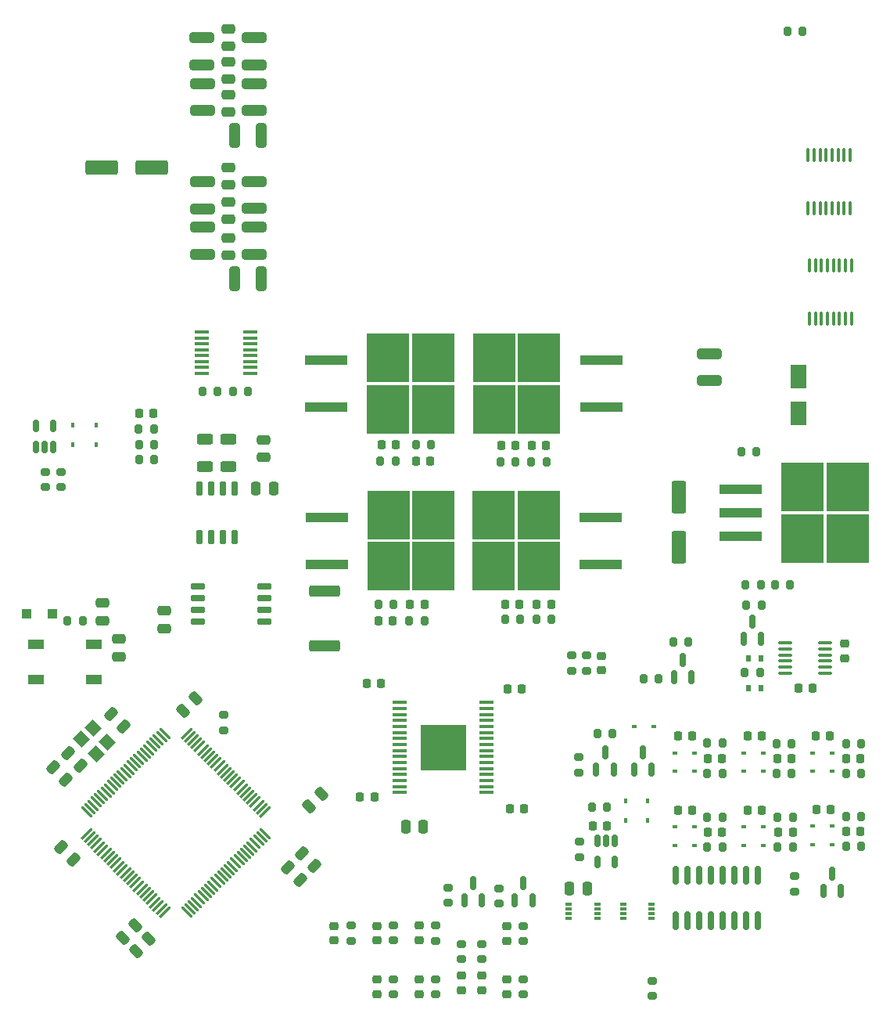
<source format=gtp>
%TF.GenerationSoftware,KiCad,Pcbnew,(6.0.7)*%
%TF.CreationDate,2022-10-12T02:09:25-03:00*%
%TF.ProjectId,uEFI_rev3,75454649-5f72-4657-9633-2e6b69636164,v3.0*%
%TF.SameCoordinates,Original*%
%TF.FileFunction,Paste,Top*%
%TF.FilePolarity,Positive*%
%FSLAX46Y46*%
G04 Gerber Fmt 4.6, Leading zero omitted, Abs format (unit mm)*
G04 Created by KiCad (PCBNEW (6.0.7)) date 2022-10-12 02:09:25*
%MOMM*%
%LPD*%
G01*
G04 APERTURE LIST*
G04 Aperture macros list*
%AMRoundRect*
0 Rectangle with rounded corners*
0 $1 Rounding radius*
0 $2 $3 $4 $5 $6 $7 $8 $9 X,Y pos of 4 corners*
0 Add a 4 corners polygon primitive as box body*
4,1,4,$2,$3,$4,$5,$6,$7,$8,$9,$2,$3,0*
0 Add four circle primitives for the rounded corners*
1,1,$1+$1,$2,$3*
1,1,$1+$1,$4,$5*
1,1,$1+$1,$6,$7*
1,1,$1+$1,$8,$9*
0 Add four rect primitives between the rounded corners*
20,1,$1+$1,$2,$3,$4,$5,0*
20,1,$1+$1,$4,$5,$6,$7,0*
20,1,$1+$1,$6,$7,$8,$9,0*
20,1,$1+$1,$8,$9,$2,$3,0*%
%AMRotRect*
0 Rectangle, with rotation*
0 The origin of the aperture is its center*
0 $1 length*
0 $2 width*
0 $3 Rotation angle, in degrees counterclockwise*
0 Add horizontal line*
21,1,$1,$2,0,0,$3*%
G04 Aperture macros list end*
%ADD10RoundRect,0.225000X0.225000X0.250000X-0.225000X0.250000X-0.225000X-0.250000X0.225000X-0.250000X0*%
%ADD11RoundRect,0.200000X0.200000X0.275000X-0.200000X0.275000X-0.200000X-0.275000X0.200000X-0.275000X0*%
%ADD12RoundRect,0.200000X-0.200000X-0.275000X0.200000X-0.275000X0.200000X0.275000X-0.200000X0.275000X0*%
%ADD13RoundRect,0.150000X0.150000X-0.512500X0.150000X0.512500X-0.150000X0.512500X-0.150000X-0.512500X0*%
%ADD14RoundRect,0.200000X-0.275000X0.200000X-0.275000X-0.200000X0.275000X-0.200000X0.275000X0.200000X0*%
%ADD15RoundRect,0.200000X0.275000X-0.200000X0.275000X0.200000X-0.275000X0.200000X-0.275000X-0.200000X0*%
%ADD16R,0.600000X0.450000*%
%ADD17R,0.600000X0.700000*%
%ADD18RoundRect,0.225000X-0.225000X-0.250000X0.225000X-0.250000X0.225000X0.250000X-0.225000X0.250000X0*%
%ADD19RoundRect,0.250000X0.250000X0.475000X-0.250000X0.475000X-0.250000X-0.475000X0.250000X-0.475000X0*%
%ADD20RoundRect,0.250000X0.512652X0.159099X0.159099X0.512652X-0.512652X-0.159099X-0.159099X-0.512652X0*%
%ADD21RoundRect,0.250000X0.475000X-0.250000X0.475000X0.250000X-0.475000X0.250000X-0.475000X-0.250000X0*%
%ADD22RoundRect,0.150000X0.150000X-0.587500X0.150000X0.587500X-0.150000X0.587500X-0.150000X-0.587500X0*%
%ADD23RoundRect,0.218750X-0.256250X0.218750X-0.256250X-0.218750X0.256250X-0.218750X0.256250X0.218750X0*%
%ADD24RoundRect,0.250000X0.550000X-1.500000X0.550000X1.500000X-0.550000X1.500000X-0.550000X-1.500000X0*%
%ADD25RoundRect,0.150000X-0.150000X0.825000X-0.150000X-0.825000X0.150000X-0.825000X0.150000X0.825000X0*%
%ADD26RoundRect,0.250000X-0.512652X-0.159099X-0.159099X-0.512652X0.512652X0.159099X0.159099X0.512652X0*%
%ADD27R,0.450000X0.600000*%
%ADD28RoundRect,0.100000X0.100000X-0.637500X0.100000X0.637500X-0.100000X0.637500X-0.100000X-0.637500X0*%
%ADD29R,1.100000X1.100000*%
%ADD30R,0.800000X0.300000*%
%ADD31RoundRect,0.100000X-0.625000X-0.100000X0.625000X-0.100000X0.625000X0.100000X-0.625000X0.100000X0*%
%ADD32RoundRect,0.250000X-1.075000X0.312500X-1.075000X-0.312500X1.075000X-0.312500X1.075000X0.312500X0*%
%ADD33RoundRect,0.075000X-0.565685X0.459619X0.459619X-0.565685X0.565685X-0.459619X-0.459619X0.565685X0*%
%ADD34RoundRect,0.075000X-0.565685X-0.459619X-0.459619X-0.565685X0.565685X0.459619X0.459619X0.565685X0*%
%ADD35R,1.800000X2.500000*%
%ADD36RoundRect,0.250000X0.159099X-0.512652X0.512652X-0.159099X-0.159099X0.512652X-0.512652X0.159099X0*%
%ADD37RoundRect,0.250000X-0.625000X0.312500X-0.625000X-0.312500X0.625000X-0.312500X0.625000X0.312500X0*%
%ADD38R,4.550000X5.250000*%
%ADD39R,4.600000X1.100000*%
%ADD40RoundRect,0.250000X-0.159099X0.512652X-0.512652X0.159099X0.159099X-0.512652X0.512652X-0.159099X0*%
%ADD41RoundRect,0.250000X-1.500000X-0.550000X1.500000X-0.550000X1.500000X0.550000X-1.500000X0.550000X0*%
%ADD42RoundRect,0.150000X-0.650000X-0.150000X0.650000X-0.150000X0.650000X0.150000X-0.650000X0.150000X0*%
%ADD43RoundRect,0.250000X-0.250000X-0.475000X0.250000X-0.475000X0.250000X0.475000X-0.250000X0.475000X0*%
%ADD44RoundRect,0.250000X-1.425000X0.362500X-1.425000X-0.362500X1.425000X-0.362500X1.425000X0.362500X0*%
%ADD45R,1.600200X0.431800*%
%ADD46R,4.953000X4.953000*%
%ADD47RoundRect,0.250000X0.312500X1.075000X-0.312500X1.075000X-0.312500X-1.075000X0.312500X-1.075000X0*%
%ADD48RoundRect,0.150000X-0.150000X0.512500X-0.150000X-0.512500X0.150000X-0.512500X0.150000X0.512500X0*%
%ADD49RoundRect,0.225000X-0.250000X0.225000X-0.250000X-0.225000X0.250000X-0.225000X0.250000X0.225000X0*%
%ADD50RoundRect,0.250000X-0.475000X0.250000X-0.475000X-0.250000X0.475000X-0.250000X0.475000X0.250000X0*%
%ADD51RoundRect,0.225000X0.250000X-0.225000X0.250000X0.225000X-0.250000X0.225000X-0.250000X-0.225000X0*%
%ADD52R,1.640000X0.410000*%
%ADD53R,1.700000X1.000000*%
%ADD54RoundRect,0.250000X1.075000X-0.312500X1.075000X0.312500X-1.075000X0.312500X-1.075000X-0.312500X0*%
%ADD55RoundRect,0.150000X0.150000X-0.650000X0.150000X0.650000X-0.150000X0.650000X-0.150000X-0.650000X0*%
%ADD56RotRect,1.400000X1.200000X135.000000*%
G04 APERTURE END LIST*
D10*
%TO.C,C49*%
X74409500Y-86804500D03*
X72859500Y-86804500D03*
%TD*%
D11*
%TO.C,R87*%
X74459500Y-88455500D03*
X72809500Y-88455500D03*
%TD*%
%TO.C,R92*%
X74485000Y-90170000D03*
X72835000Y-90170000D03*
%TD*%
D12*
%TO.C,R97*%
X72835000Y-91821000D03*
X74485000Y-91821000D03*
%TD*%
D13*
%TO.C,U31*%
X61661000Y-90418500D03*
X62611000Y-90418500D03*
X63561000Y-90418500D03*
X63561000Y-88143500D03*
X61661000Y-88143500D03*
%TD*%
D14*
%TO.C,R108*%
X64389000Y-93125300D03*
X64389000Y-94775300D03*
%TD*%
D15*
%TO.C,R109*%
X62746800Y-94767100D03*
X62746800Y-93117100D03*
%TD*%
D12*
%TO.C,R122*%
X82995000Y-84455000D03*
X84645000Y-84455000D03*
%TD*%
D16*
%TO.C,D29*%
X138350000Y-133500000D03*
X140450000Y-133500000D03*
%TD*%
D17*
%TO.C,D2*%
X138800000Y-113298000D03*
X140200000Y-113298000D03*
%TD*%
D18*
%TO.C,C21*%
X115909000Y-107442000D03*
X117459000Y-107442000D03*
%TD*%
D14*
%TO.C,R34*%
X120500000Y-123975000D03*
X120500000Y-125625000D03*
%TD*%
D15*
%TO.C,R4*%
X100400000Y-149625000D03*
X100400000Y-147975000D03*
%TD*%
D19*
%TO.C,C14*%
X121350000Y-138150000D03*
X119450000Y-138150000D03*
%TD*%
D20*
%TO.C,C11*%
X64921751Y-126421751D03*
X63578249Y-125078249D03*
%TD*%
D21*
%TO.C,C9*%
X70699000Y-113101600D03*
X70699000Y-111201600D03*
%TD*%
D12*
%TO.C,R40*%
X149375000Y-125700000D03*
X151025000Y-125700000D03*
%TD*%
D22*
%TO.C,U8*%
X146950000Y-138437500D03*
X148850000Y-138437500D03*
X147900000Y-136562500D03*
%TD*%
D12*
%TO.C,R45*%
X149375000Y-133600000D03*
X151025000Y-133600000D03*
%TD*%
D15*
%TO.C,R27*%
X105000000Y-143850000D03*
X105000000Y-142200000D03*
%TD*%
D22*
%TO.C,Q5*%
X138300000Y-111187500D03*
X140200000Y-111187500D03*
X139250000Y-109312500D03*
%TD*%
D12*
%TO.C,R11*%
X111982000Y-92070000D03*
X113632000Y-92070000D03*
%TD*%
D15*
%TO.C,R24*%
X107800000Y-145825000D03*
X107800000Y-144175000D03*
%TD*%
D12*
%TO.C,R12*%
X112459000Y-109042000D03*
X114109000Y-109042000D03*
%TD*%
D16*
%TO.C,D22*%
X130850000Y-131500000D03*
X132950000Y-131500000D03*
%TD*%
D10*
%TO.C,C27*%
X114567000Y-129590800D03*
X113017000Y-129590800D03*
%TD*%
%TO.C,C23*%
X113607000Y-90270000D03*
X112057000Y-90270000D03*
%TD*%
D18*
%TO.C,C33*%
X144225000Y-116500000D03*
X145775000Y-116500000D03*
%TD*%
D23*
%TO.C,D7*%
X107800000Y-147612500D03*
X107800000Y-149187500D03*
%TD*%
D24*
%TO.C,C31*%
X131318000Y-101252000D03*
X131318000Y-95852000D03*
%TD*%
D23*
%TO.C,D1*%
X103200000Y-148012500D03*
X103200000Y-149587500D03*
%TD*%
D20*
%TO.C,C13*%
X65771751Y-135071751D03*
X64428249Y-133728249D03*
%TD*%
D10*
%TO.C,C25*%
X100632000Y-90170000D03*
X99082000Y-90170000D03*
%TD*%
D18*
%TO.C,C37*%
X149425000Y-124100000D03*
X150975000Y-124100000D03*
%TD*%
D16*
%TO.C,D27*%
X145750000Y-131450000D03*
X147850000Y-131450000D03*
%TD*%
D15*
%TO.C,R25*%
X95800000Y-143825000D03*
X95800000Y-142175000D03*
%TD*%
D12*
%TO.C,R44*%
X142000000Y-133700000D03*
X143650000Y-133700000D03*
%TD*%
D25*
%TO.C,U2*%
X139845000Y-136725000D03*
X138575000Y-136725000D03*
X137305000Y-136725000D03*
X136035000Y-136725000D03*
X134765000Y-136725000D03*
X133495000Y-136725000D03*
X132225000Y-136725000D03*
X130955000Y-136725000D03*
X130955000Y-141675000D03*
X132225000Y-141675000D03*
X133495000Y-141675000D03*
X134765000Y-141675000D03*
X136035000Y-141675000D03*
X137305000Y-141675000D03*
X138575000Y-141675000D03*
X139845000Y-141675000D03*
%TD*%
D26*
%TO.C,C3*%
X65151000Y-123571000D03*
X66494502Y-124914502D03*
%TD*%
D12*
%TO.C,R14*%
X102118000Y-109220000D03*
X103768000Y-109220000D03*
%TD*%
D16*
%TO.C,D26*%
X138350000Y-131500000D03*
X140450000Y-131500000D03*
%TD*%
D21*
%TO.C,C54*%
X82542400Y-69704000D03*
X82542400Y-67804000D03*
%TD*%
D27*
%TO.C,D17*%
X65659000Y-88104000D03*
X65659000Y-90204000D03*
%TD*%
D11*
%TO.C,R15*%
X116982000Y-92070000D03*
X115332000Y-92070000D03*
%TD*%
D28*
%TO.C,U20*%
X145426000Y-76522500D03*
X146076000Y-76522500D03*
X146726000Y-76522500D03*
X147376000Y-76522500D03*
X148026000Y-76522500D03*
X148676000Y-76522500D03*
X149326000Y-76522500D03*
X149976000Y-76522500D03*
X149976000Y-70797500D03*
X149326000Y-70797500D03*
X148676000Y-70797500D03*
X148026000Y-70797500D03*
X147376000Y-70797500D03*
X146726000Y-70797500D03*
X146076000Y-70797500D03*
X145426000Y-70797500D03*
%TD*%
D23*
%TO.C,D6*%
X110000000Y-147612500D03*
X110000000Y-149187500D03*
%TD*%
D29*
%TO.C,D14*%
X60650000Y-108500000D03*
X63450000Y-108500000D03*
%TD*%
D28*
%TO.C,U22*%
X145299000Y-64584500D03*
X145949000Y-64584500D03*
X146599000Y-64584500D03*
X147249000Y-64584500D03*
X147899000Y-64584500D03*
X148549000Y-64584500D03*
X149199000Y-64584500D03*
X149849000Y-64584500D03*
X149849000Y-58859500D03*
X149199000Y-58859500D03*
X148549000Y-58859500D03*
X147899000Y-58859500D03*
X147249000Y-58859500D03*
X146599000Y-58859500D03*
X145949000Y-58859500D03*
X145299000Y-58859500D03*
%TD*%
D16*
%TO.C,D18*%
X138350000Y-125500000D03*
X140450000Y-125500000D03*
%TD*%
D23*
%TO.C,D10*%
X103200000Y-142200000D03*
X103200000Y-143775000D03*
%TD*%
D30*
%TO.C,U11*%
X119350000Y-139900000D03*
X119350000Y-140400000D03*
X119350000Y-140900000D03*
X119350000Y-141400000D03*
X122450000Y-141400000D03*
X122450000Y-140900000D03*
X122450000Y-140400000D03*
X122450000Y-139900000D03*
%TD*%
D27*
%TO.C,D20*%
X68199000Y-90204000D03*
X68199000Y-88104000D03*
%TD*%
D18*
%TO.C,C47*%
X149425000Y-132000000D03*
X150975000Y-132000000D03*
%TD*%
D14*
%TO.C,R7*%
X121285000Y-112967000D03*
X121285000Y-114617000D03*
%TD*%
D31*
%TO.C,U6*%
X142850000Y-111625000D03*
X142850000Y-112275000D03*
X142850000Y-112925000D03*
X142850000Y-113575000D03*
X142850000Y-114225000D03*
X142850000Y-114875000D03*
X147150000Y-114875000D03*
X147150000Y-114225000D03*
X147150000Y-113575000D03*
X147150000Y-112925000D03*
X147150000Y-112275000D03*
X147150000Y-111625000D03*
%TD*%
D32*
%TO.C,R116*%
X85328000Y-46172700D03*
X85328000Y-49097700D03*
%TD*%
D22*
%TO.C,Q8*%
X113529334Y-139467763D03*
X115429334Y-139467763D03*
X114479334Y-137592763D03*
%TD*%
D12*
%TO.C,R58*%
X127475000Y-115500000D03*
X129125000Y-115500000D03*
%TD*%
D14*
%TO.C,R31*%
X111812334Y-138164763D03*
X111812334Y-139814763D03*
%TD*%
D33*
%TO.C,U3*%
X75650596Y-121394315D03*
X75297043Y-121747868D03*
X74943489Y-122101422D03*
X74589936Y-122454975D03*
X74236383Y-122808528D03*
X73882829Y-123162082D03*
X73529276Y-123515635D03*
X73175722Y-123869189D03*
X72822169Y-124222742D03*
X72468616Y-124576295D03*
X72115062Y-124929849D03*
X71761509Y-125283402D03*
X71407955Y-125636955D03*
X71054402Y-125990509D03*
X70700849Y-126344062D03*
X70347295Y-126697616D03*
X69993742Y-127051169D03*
X69640189Y-127404722D03*
X69286635Y-127758276D03*
X68933082Y-128111829D03*
X68579528Y-128465383D03*
X68225975Y-128818936D03*
X67872422Y-129172489D03*
X67518868Y-129526043D03*
X67165315Y-129879596D03*
D34*
X67165315Y-132248404D03*
X67518868Y-132601957D03*
X67872422Y-132955511D03*
X68225975Y-133309064D03*
X68579528Y-133662617D03*
X68933082Y-134016171D03*
X69286635Y-134369724D03*
X69640189Y-134723278D03*
X69993742Y-135076831D03*
X70347295Y-135430384D03*
X70700849Y-135783938D03*
X71054402Y-136137491D03*
X71407955Y-136491045D03*
X71761509Y-136844598D03*
X72115062Y-137198151D03*
X72468616Y-137551705D03*
X72822169Y-137905258D03*
X73175722Y-138258811D03*
X73529276Y-138612365D03*
X73882829Y-138965918D03*
X74236383Y-139319472D03*
X74589936Y-139673025D03*
X74943489Y-140026578D03*
X75297043Y-140380132D03*
X75650596Y-140733685D03*
D33*
X78019404Y-140733685D03*
X78372957Y-140380132D03*
X78726511Y-140026578D03*
X79080064Y-139673025D03*
X79433617Y-139319472D03*
X79787171Y-138965918D03*
X80140724Y-138612365D03*
X80494278Y-138258811D03*
X80847831Y-137905258D03*
X81201384Y-137551705D03*
X81554938Y-137198151D03*
X81908491Y-136844598D03*
X82262045Y-136491045D03*
X82615598Y-136137491D03*
X82969151Y-135783938D03*
X83322705Y-135430384D03*
X83676258Y-135076831D03*
X84029811Y-134723278D03*
X84383365Y-134369724D03*
X84736918Y-134016171D03*
X85090472Y-133662617D03*
X85444025Y-133309064D03*
X85797578Y-132955511D03*
X86151132Y-132601957D03*
X86504685Y-132248404D03*
D34*
X86504685Y-129879596D03*
X86151132Y-129526043D03*
X85797578Y-129172489D03*
X85444025Y-128818936D03*
X85090472Y-128465383D03*
X84736918Y-128111829D03*
X84383365Y-127758276D03*
X84029811Y-127404722D03*
X83676258Y-127051169D03*
X83322705Y-126697616D03*
X82969151Y-126344062D03*
X82615598Y-125990509D03*
X82262045Y-125636955D03*
X81908491Y-125283402D03*
X81554938Y-124929849D03*
X81201384Y-124576295D03*
X80847831Y-124222742D03*
X80494278Y-123869189D03*
X80140724Y-123515635D03*
X79787171Y-123162082D03*
X79433617Y-122808528D03*
X79080064Y-122454975D03*
X78726511Y-122101422D03*
X78372957Y-121747868D03*
X78019404Y-121394315D03*
%TD*%
D27*
%TO.C,D28*%
X127925000Y-128697000D03*
X127925000Y-130797000D03*
%TD*%
D15*
%TO.C,R26*%
X100400000Y-143800000D03*
X100400000Y-142150000D03*
%TD*%
D10*
%TO.C,C46*%
X140275000Y-129700000D03*
X138725000Y-129700000D03*
%TD*%
D23*
%TO.C,D12*%
X112700000Y-142262500D03*
X112700000Y-143837500D03*
%TD*%
D35*
%TO.C,D4*%
X144272000Y-82836000D03*
X144272000Y-86836000D03*
%TD*%
D26*
%TO.C,C16*%
X90506498Y-134406498D03*
X91850000Y-135750000D03*
%TD*%
D10*
%TO.C,C26*%
X100343000Y-109220000D03*
X98793000Y-109220000D03*
%TD*%
D12*
%TO.C,R47*%
X142000000Y-130450000D03*
X143650000Y-130450000D03*
%TD*%
D18*
%TO.C,C32*%
X141925000Y-124100000D03*
X143475000Y-124100000D03*
%TD*%
D16*
%TO.C,D16*%
X130880000Y-123530000D03*
X132980000Y-123530000D03*
%TD*%
D23*
%TO.C,D8*%
X94000000Y-142212500D03*
X94000000Y-143787500D03*
%TD*%
D36*
%TO.C,C15*%
X77650000Y-118950000D03*
X78993502Y-117606498D03*
%TD*%
D12*
%TO.C,R39*%
X141875000Y-122500000D03*
X143525000Y-122500000D03*
%TD*%
D37*
%TO.C,R1*%
X80012000Y-89603900D03*
X80012000Y-92528900D03*
%TD*%
D16*
%TO.C,D11*%
X126458000Y-120650000D03*
X128558000Y-120650000D03*
%TD*%
D10*
%TO.C,C38*%
X147675000Y-121700000D03*
X146125000Y-121700000D03*
%TD*%
D32*
%TO.C,R112*%
X79692400Y-61733200D03*
X79692400Y-64658200D03*
%TD*%
D21*
%TO.C,C57*%
X82513000Y-54210000D03*
X82513000Y-52310000D03*
%TD*%
D22*
%TO.C,Q11*%
X122350000Y-125337500D03*
X124250000Y-125337500D03*
X123300000Y-123462500D03*
%TD*%
D38*
%TO.C,Q1*%
X104736000Y-97778000D03*
X99886000Y-97778000D03*
X104736000Y-103328000D03*
X99886000Y-103328000D03*
D39*
X93161000Y-98013000D03*
X93161000Y-103093000D03*
%TD*%
D14*
%TO.C,R46*%
X128397000Y-148146000D03*
X128397000Y-149796000D03*
%TD*%
D40*
%TO.C,C7*%
X72426751Y-142203249D03*
X71083249Y-143546751D03*
%TD*%
D14*
%TO.C,R6*%
X119685000Y-112967000D03*
X119685000Y-114617000D03*
%TD*%
D32*
%TO.C,R119*%
X79713000Y-51143000D03*
X79713000Y-54068000D03*
%TD*%
D16*
%TO.C,D30*%
X145750000Y-133450000D03*
X147850000Y-133450000D03*
%TD*%
%TO.C,D19*%
X130850000Y-125500000D03*
X132950000Y-125500000D03*
%TD*%
D26*
%TO.C,C8*%
X88978249Y-135878249D03*
X90321751Y-137221751D03*
%TD*%
D10*
%TO.C,C48*%
X147725000Y-129650000D03*
X146175000Y-129650000D03*
%TD*%
D41*
%TO.C,C42*%
X68800000Y-60200000D03*
X74200000Y-60200000D03*
%TD*%
D18*
%TO.C,C18*%
X102832000Y-91970000D03*
X104382000Y-91970000D03*
%TD*%
D10*
%TO.C,C35*%
X140275000Y-121700000D03*
X138725000Y-121700000D03*
%TD*%
D42*
%TO.C,U7*%
X79204000Y-105537000D03*
X79204000Y-106807000D03*
X79204000Y-108077000D03*
X79204000Y-109347000D03*
X86404000Y-109347000D03*
X86404000Y-108077000D03*
X86404000Y-106807000D03*
X86404000Y-105537000D03*
%TD*%
D12*
%TO.C,R22*%
X138511000Y-105360000D03*
X140161000Y-105360000D03*
%TD*%
D43*
%TO.C,C5*%
X85500000Y-94950000D03*
X87400000Y-94950000D03*
%TD*%
D44*
%TO.C,R8*%
X92964000Y-106003500D03*
X92964000Y-111928500D03*
%TD*%
D12*
%TO.C,R33*%
X143066000Y-45466000D03*
X144716000Y-45466000D03*
%TD*%
%TO.C,R10*%
X98743000Y-107420000D03*
X100393000Y-107420000D03*
%TD*%
%TO.C,R59*%
X130675000Y-111500000D03*
X132325000Y-111500000D03*
%TD*%
D45*
%TO.C,U1*%
X101092000Y-118059200D03*
X101092000Y-118719600D03*
X101092000Y-119354600D03*
X101092000Y-120015000D03*
X101092000Y-120650000D03*
X101092000Y-121310400D03*
X101092000Y-121970800D03*
X101092000Y-122605800D03*
X101092000Y-123266200D03*
X101092000Y-123901200D03*
X101092000Y-124561600D03*
X101092000Y-125222000D03*
X101092000Y-125857000D03*
X101092000Y-126517400D03*
X101092000Y-127152400D03*
X101092000Y-127812800D03*
X110490000Y-127812800D03*
X110490000Y-127152400D03*
X110490000Y-126517400D03*
X110490000Y-125857000D03*
X110490000Y-125222000D03*
X110490000Y-124561600D03*
X110490000Y-123901200D03*
X110490000Y-123266200D03*
X110490000Y-122605800D03*
X110490000Y-121970800D03*
X110490000Y-121310400D03*
X110490000Y-120650000D03*
X110490000Y-120015000D03*
X110490000Y-119354600D03*
X110490000Y-118719600D03*
X110490000Y-118059200D03*
D46*
X105791000Y-122936000D03*
%TD*%
D10*
%TO.C,C4*%
X132775000Y-121700000D03*
X131225000Y-121700000D03*
%TD*%
D12*
%TO.C,R43*%
X136025000Y-130450000D03*
X134375000Y-130450000D03*
%TD*%
D23*
%TO.C,D5*%
X98600000Y-148012500D03*
X98600000Y-149587500D03*
%TD*%
D32*
%TO.C,R117*%
X79663000Y-46193000D03*
X79663000Y-49118000D03*
%TD*%
%TO.C,R118*%
X85328000Y-51111000D03*
X85328000Y-54036000D03*
%TD*%
D38*
%TO.C,Q4*%
X111252000Y-103340000D03*
X111252000Y-97790000D03*
X116102000Y-103340000D03*
X116102000Y-97790000D03*
D39*
X122827000Y-103105000D03*
X122827000Y-98025000D03*
%TD*%
D47*
%TO.C,R120*%
X86090000Y-56728400D03*
X83165000Y-56728400D03*
%TD*%
D22*
%TO.C,Q13*%
X130750000Y-115337500D03*
X132650000Y-115337500D03*
X131700000Y-113462500D03*
%TD*%
D16*
%TO.C,D24*%
X130850000Y-133500000D03*
X132950000Y-133500000D03*
%TD*%
D11*
%TO.C,R41*%
X136025000Y-133700000D03*
X134375000Y-133700000D03*
%TD*%
D12*
%TO.C,R36*%
X134375000Y-125700000D03*
X136025000Y-125700000D03*
%TD*%
D16*
%TO.C,D21*%
X145750000Y-123500000D03*
X147850000Y-123500000D03*
%TD*%
D47*
%TO.C,R115*%
X86119400Y-72268600D03*
X83194400Y-72268600D03*
%TD*%
D12*
%TO.C,R48*%
X149375000Y-130400000D03*
X151025000Y-130400000D03*
%TD*%
D22*
%TO.C,Q12*%
X126450000Y-125337500D03*
X128350000Y-125337500D03*
X127400000Y-123462500D03*
%TD*%
D12*
%TO.C,R60*%
X65125000Y-109250000D03*
X66775000Y-109250000D03*
%TD*%
D30*
%TO.C,U10*%
X125250000Y-139900000D03*
X125250000Y-140400000D03*
X125250000Y-140900000D03*
X125250000Y-141400000D03*
X128350000Y-141400000D03*
X128350000Y-140900000D03*
X128350000Y-140400000D03*
X128350000Y-139900000D03*
%TD*%
D12*
%TO.C,R35*%
X122468500Y-121400000D03*
X124118500Y-121400000D03*
%TD*%
D11*
%TO.C,R121*%
X81343000Y-84455000D03*
X79693000Y-84455000D03*
%TD*%
D14*
%TO.C,R3*%
X105000000Y-147975000D03*
X105000000Y-149625000D03*
%TD*%
D23*
%TO.C,D13*%
X112700000Y-148012500D03*
X112700000Y-149587500D03*
%TD*%
D12*
%TO.C,R38*%
X134375000Y-122400000D03*
X136025000Y-122400000D03*
%TD*%
D38*
%TO.C,U4*%
X144714000Y-94761000D03*
X144714000Y-100311000D03*
X149564000Y-100311000D03*
X149564000Y-94761000D03*
D39*
X137989000Y-94996000D03*
X137989000Y-97536000D03*
X137989000Y-100076000D03*
%TD*%
D18*
%TO.C,C1*%
X134425000Y-124100000D03*
X135975000Y-124100000D03*
%TD*%
D23*
%TO.C,D9*%
X98600000Y-142225000D03*
X98600000Y-143800000D03*
%TD*%
D36*
%TO.C,C12*%
X91228249Y-129322751D03*
X92571751Y-127979249D03*
%TD*%
D48*
%TO.C,U27*%
X124369000Y-133054500D03*
X123419000Y-133054500D03*
X122469000Y-133054500D03*
X122469000Y-135329500D03*
X124369000Y-135329500D03*
%TD*%
D10*
%TO.C,C24*%
X114059000Y-107442000D03*
X112509000Y-107442000D03*
%TD*%
D49*
%TO.C,C36*%
X149250000Y-111725000D03*
X149250000Y-113275000D03*
%TD*%
D50*
%TO.C,C55*%
X82513000Y-48754000D03*
X82513000Y-50654000D03*
%TD*%
D11*
%TO.C,R19*%
X140253000Y-107500000D03*
X138603000Y-107500000D03*
%TD*%
D12*
%TO.C,R42*%
X149375000Y-122500000D03*
X151025000Y-122500000D03*
%TD*%
D10*
%TO.C,C44*%
X132775000Y-129700000D03*
X131225000Y-129700000D03*
%TD*%
D11*
%TO.C,R82*%
X123543000Y-129366000D03*
X121893000Y-129366000D03*
%TD*%
D50*
%TO.C,C52*%
X82542400Y-63928000D03*
X82542400Y-65828000D03*
%TD*%
D16*
%TO.C,D15*%
X138350000Y-123500000D03*
X140450000Y-123500000D03*
%TD*%
D40*
%TO.C,C6*%
X73914000Y-143637000D03*
X72570498Y-144980502D03*
%TD*%
D15*
%TO.C,R2*%
X82000000Y-121050000D03*
X82000000Y-119400000D03*
%TD*%
D18*
%TO.C,C20*%
X115357000Y-90270000D03*
X116907000Y-90270000D03*
%TD*%
%TO.C,C29*%
X96786400Y-128270000D03*
X98336400Y-128270000D03*
%TD*%
D32*
%TO.C,R114*%
X79742400Y-66683200D03*
X79742400Y-69608200D03*
%TD*%
D38*
%TO.C,Q2*%
X99836000Y-80815600D03*
X104686000Y-80815600D03*
X99836000Y-86365600D03*
X104686000Y-86365600D03*
D39*
X93111000Y-81050600D03*
X93111000Y-86130600D03*
%TD*%
D17*
%TO.C,D3*%
X140200000Y-116500000D03*
X138800000Y-116500000D03*
%TD*%
D16*
%TO.C,D23*%
X145750000Y-125500000D03*
X147850000Y-125500000D03*
%TD*%
D11*
%TO.C,R16*%
X117534000Y-109042000D03*
X115884000Y-109042000D03*
%TD*%
%TO.C,R23*%
X143361000Y-105360000D03*
X141711000Y-105360000D03*
%TD*%
D38*
%TO.C,Q3*%
X116182000Y-80796600D03*
X116182000Y-86346600D03*
X111332000Y-80796600D03*
X111332000Y-86346600D03*
D39*
X122907000Y-86111600D03*
X122907000Y-81031600D03*
%TD*%
D12*
%TO.C,R9*%
X98982000Y-91970000D03*
X100632000Y-91970000D03*
%TD*%
D18*
%TO.C,C45*%
X142075000Y-132100000D03*
X143625000Y-132100000D03*
%TD*%
D15*
%TO.C,R83*%
X120559000Y-134763000D03*
X120559000Y-133113000D03*
%TD*%
D10*
%TO.C,C28*%
X114287600Y-116636800D03*
X112737600Y-116636800D03*
%TD*%
D51*
%TO.C,C22*%
X122885000Y-114567000D03*
X122885000Y-113017000D03*
%TD*%
D11*
%TO.C,R20*%
X139700000Y-90932000D03*
X138050000Y-90932000D03*
%TD*%
D10*
%TO.C,C51*%
X123493000Y-131398000D03*
X121943000Y-131398000D03*
%TD*%
D32*
%TO.C,R81*%
X85357400Y-61712900D03*
X85357400Y-64637900D03*
%TD*%
D52*
%TO.C,U36*%
X79655000Y-77990700D03*
X79655000Y-78625700D03*
X79655000Y-79260700D03*
X79655000Y-79895700D03*
X79655000Y-80530700D03*
X79655000Y-81165700D03*
X79655000Y-81800700D03*
X79655000Y-82435700D03*
X84925000Y-82435700D03*
X84925000Y-81800700D03*
X84925000Y-81165700D03*
X84925000Y-80530700D03*
X84925000Y-79895700D03*
X84925000Y-79260700D03*
X84925000Y-78625700D03*
X84925000Y-77990700D03*
%TD*%
D22*
%TO.C,Q9*%
X108068334Y-139467763D03*
X109968334Y-139467763D03*
X109018334Y-137592763D03*
%TD*%
D20*
%TO.C,C2*%
X71156751Y-120686751D03*
X69813249Y-119343249D03*
%TD*%
D37*
%TO.C,R28*%
X82552000Y-89603900D03*
X82552000Y-92528900D03*
%TD*%
D53*
%TO.C,SW1*%
X61700000Y-111800000D03*
X68000000Y-111800000D03*
X68000000Y-115600000D03*
X61700000Y-115600000D03*
%TD*%
D32*
%TO.C,R113*%
X85357400Y-66651200D03*
X85357400Y-69576200D03*
%TD*%
D19*
%TO.C,C10*%
X103616800Y-131521200D03*
X101716800Y-131521200D03*
%TD*%
D50*
%TO.C,C17*%
X75565000Y-108143000D03*
X75565000Y-110043000D03*
%TD*%
%TO.C,C34*%
X86362000Y-89674400D03*
X86362000Y-91574400D03*
%TD*%
D10*
%TO.C,C19*%
X103743000Y-107420000D03*
X102193000Y-107420000D03*
%TD*%
D12*
%TO.C,R37*%
X141875000Y-125700000D03*
X143525000Y-125700000D03*
%TD*%
D54*
%TO.C,R21*%
X134620000Y-83250500D03*
X134620000Y-80325500D03*
%TD*%
D15*
%TO.C,R55*%
X143820000Y-138516000D03*
X143820000Y-136866000D03*
%TD*%
D12*
%TO.C,R17*%
X138425000Y-114822000D03*
X140075000Y-114822000D03*
%TD*%
D55*
%TO.C,U15*%
X79425800Y-100186000D03*
X80695800Y-100186000D03*
X81965800Y-100186000D03*
X83235800Y-100186000D03*
X83235800Y-94886000D03*
X81965800Y-94886000D03*
X80695800Y-94886000D03*
X79425800Y-94886000D03*
%TD*%
D15*
%TO.C,R5*%
X110000000Y-145825000D03*
X110000000Y-144175000D03*
%TD*%
D14*
%TO.C,R30*%
X114450000Y-147975000D03*
X114450000Y-149625000D03*
%TD*%
D21*
%TO.C,C41*%
X68900000Y-109200000D03*
X68900000Y-107300000D03*
%TD*%
D15*
%TO.C,R29*%
X114450000Y-143875000D03*
X114450000Y-142225000D03*
%TD*%
D50*
%TO.C,C56*%
X82513000Y-45198000D03*
X82513000Y-47098000D03*
%TD*%
D27*
%TO.C,D25*%
X125512000Y-130797000D03*
X125512000Y-128697000D03*
%TD*%
D50*
%TO.C,C53*%
X82542400Y-60184000D03*
X82542400Y-62084000D03*
%TD*%
D18*
%TO.C,C43*%
X134425000Y-132100000D03*
X135975000Y-132100000D03*
%TD*%
D56*
%TO.C,Y1*%
X69397000Y-122388200D03*
X67841365Y-120832565D03*
X66639284Y-122034646D03*
X68194919Y-123590281D03*
%TD*%
D11*
%TO.C,R13*%
X104457000Y-90170000D03*
X102807000Y-90170000D03*
%TD*%
D18*
%TO.C,C30*%
X97475000Y-116000000D03*
X99025000Y-116000000D03*
%TD*%
D14*
%TO.C,R32*%
X106351334Y-138086263D03*
X106351334Y-139736263D03*
%TD*%
M02*

</source>
